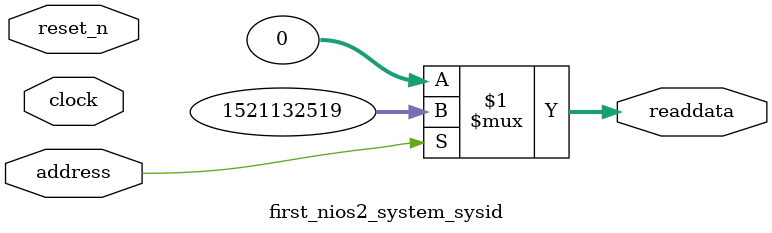
<source format=v>

`timescale 1ns / 1ps
// synthesis translate_on

// turn off superfluous verilog processor warnings 
// altera message_level Level1 
// altera message_off 10034 10035 10036 10037 10230 10240 10030 

module first_nios2_system_sysid (
               // inputs:
                address,
                clock,
                reset_n,

               // outputs:
                readdata
             )
;

  output  [ 31: 0] readdata;
  input            address;
  input            clock;
  input            reset_n;

  wire    [ 31: 0] readdata;
  //control_slave, which is an e_avalon_slave
  assign readdata = address ? 1521132519 : 0;

endmodule




</source>
